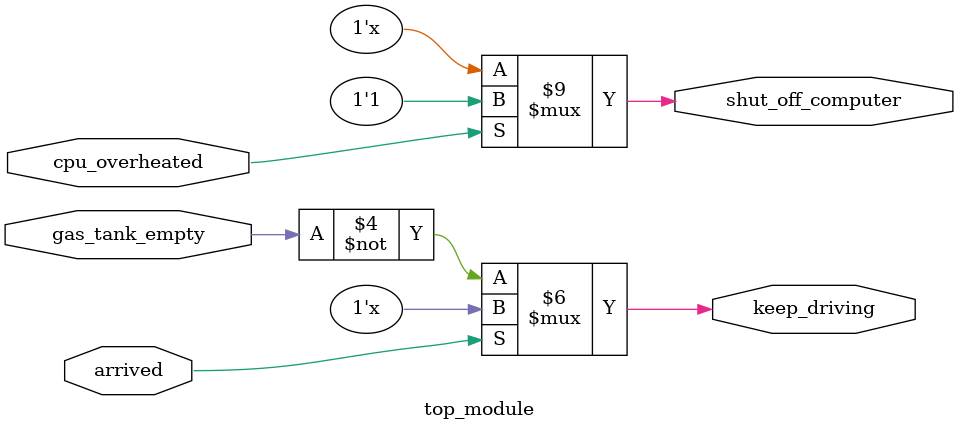
<source format=sv>
module top_module (
    input cpu_overheated,
    output reg shut_off_computer,
    input arrived,
    input gas_tank_empty,
    output reg keep_driving
);
    
    always @(*) begin
        if (cpu_overheated)
            shut_off_computer = 1;
    end
    
    always @(*) begin
        if (!arrived)
            keep_driving = ~gas_tank_empty;
    end
    
endmodule

</source>
